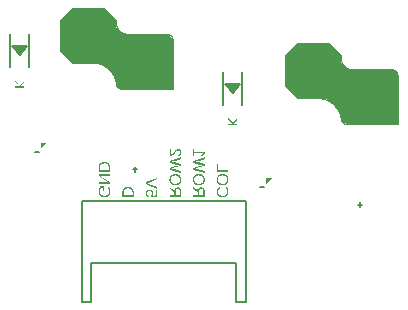
<source format=gbo>
G04 EAGLE Gerber RS-274X export*
G75*
%MOMM*%
%FSLAX34Y34*%
%LPD*%
%INSilkscreen Bottom*%
%IPPOS*%
%AMOC8*
5,1,8,0,0,1.08239X$1,22.5*%
G01*
G04 Define Apertures*
%ADD10C,0.127000*%
%ADD11C,0.120000*%
%ADD12C,0.152400*%
G36*
X-20096Y-68019D02*
X-20473Y-68010D01*
X-20838Y-67983D01*
X-21191Y-67938D01*
X-21532Y-67875D01*
X-21861Y-67795D01*
X-22178Y-67697D01*
X-22483Y-67580D01*
X-22776Y-67446D01*
X-23054Y-67295D01*
X-23316Y-67128D01*
X-23561Y-66944D01*
X-23789Y-66745D01*
X-24000Y-66530D01*
X-24194Y-66298D01*
X-24371Y-66051D01*
X-24531Y-65787D01*
X-24673Y-65509D01*
X-24797Y-65219D01*
X-24901Y-64915D01*
X-24986Y-64598D01*
X-25053Y-64269D01*
X-25100Y-63927D01*
X-25128Y-63572D01*
X-25138Y-63204D01*
X-25128Y-62840D01*
X-25100Y-62488D01*
X-25052Y-62148D01*
X-24985Y-61820D01*
X-24898Y-61504D01*
X-24793Y-61201D01*
X-24668Y-60910D01*
X-24524Y-60632D01*
X-24362Y-60367D01*
X-24184Y-60119D01*
X-23989Y-59886D01*
X-23778Y-59669D01*
X-23549Y-59468D01*
X-23305Y-59282D01*
X-23043Y-59113D01*
X-22765Y-58959D01*
X-22473Y-58823D01*
X-22169Y-58704D01*
X-21853Y-58604D01*
X-21526Y-58522D01*
X-21186Y-58459D01*
X-20835Y-58413D01*
X-20471Y-58386D01*
X-20096Y-58377D01*
X-19720Y-58386D01*
X-19356Y-58413D01*
X-19005Y-58458D01*
X-18667Y-58521D01*
X-18341Y-58602D01*
X-18028Y-58700D01*
X-17728Y-58817D01*
X-17441Y-58952D01*
X-17168Y-59104D01*
X-16912Y-59273D01*
X-16673Y-59457D01*
X-16450Y-59657D01*
X-16244Y-59873D01*
X-16055Y-60105D01*
X-15883Y-60354D01*
X-15727Y-60618D01*
X-15589Y-60897D01*
X-15469Y-61188D01*
X-15368Y-61491D01*
X-15285Y-61806D01*
X-15220Y-62134D01*
X-15174Y-62474D01*
X-15147Y-62826D01*
X-15137Y-63191D01*
X-15158Y-63744D01*
X-15219Y-64266D01*
X-15322Y-64757D01*
X-15466Y-65217D01*
X-15651Y-65645D01*
X-15876Y-66042D01*
X-16143Y-66408D01*
X-16451Y-66743D01*
X-16796Y-67042D01*
X-17172Y-67301D01*
X-17580Y-67520D01*
X-18019Y-67700D01*
X-18491Y-67839D01*
X-18994Y-67939D01*
X-19529Y-67999D01*
X-20096Y-68019D01*
G37*
%LPC*%
G36*
X-20096Y-66681D02*
X-19649Y-66666D01*
X-19227Y-66624D01*
X-18831Y-66552D01*
X-18460Y-66453D01*
X-18115Y-66325D01*
X-17796Y-66168D01*
X-17502Y-65983D01*
X-17234Y-65770D01*
X-16995Y-65531D01*
X-16787Y-65267D01*
X-16612Y-64981D01*
X-16468Y-64670D01*
X-16357Y-64336D01*
X-16277Y-63978D01*
X-16229Y-63596D01*
X-16213Y-63191D01*
X-16229Y-62789D01*
X-16278Y-62410D01*
X-16359Y-62054D01*
X-16472Y-61722D01*
X-16617Y-61414D01*
X-16795Y-61129D01*
X-17005Y-60867D01*
X-17248Y-60628D01*
X-17519Y-60416D01*
X-17814Y-60232D01*
X-18133Y-60076D01*
X-18477Y-59948D01*
X-18845Y-59849D01*
X-19238Y-59778D01*
X-19655Y-59736D01*
X-20096Y-59721D01*
X-20557Y-59736D01*
X-20991Y-59778D01*
X-21398Y-59848D01*
X-21778Y-59946D01*
X-22132Y-60073D01*
X-22458Y-60228D01*
X-22758Y-60411D01*
X-23031Y-60622D01*
X-23274Y-60859D01*
X-23485Y-61120D01*
X-23663Y-61407D01*
X-23809Y-61717D01*
X-23923Y-62052D01*
X-24004Y-62412D01*
X-24053Y-62796D01*
X-24069Y-63204D01*
X-24052Y-63602D01*
X-24002Y-63977D01*
X-23918Y-64330D01*
X-23801Y-64661D01*
X-23650Y-64969D01*
X-23466Y-65255D01*
X-23248Y-65518D01*
X-22996Y-65760D01*
X-22717Y-65976D01*
X-22413Y-66163D01*
X-22086Y-66321D01*
X-21735Y-66450D01*
X-21361Y-66551D01*
X-20963Y-66623D01*
X-20541Y-66666D01*
X-20096Y-66681D01*
G37*
%LPD*%
G36*
X-96Y-68019D02*
X-473Y-68010D01*
X-838Y-67983D01*
X-1191Y-67938D01*
X-1532Y-67875D01*
X-1861Y-67795D01*
X-2178Y-67697D01*
X-2483Y-67580D01*
X-2776Y-67446D01*
X-3054Y-67295D01*
X-3316Y-67128D01*
X-3561Y-66944D01*
X-3789Y-66745D01*
X-4000Y-66530D01*
X-4194Y-66298D01*
X-4371Y-66051D01*
X-4531Y-65787D01*
X-4673Y-65509D01*
X-4797Y-65219D01*
X-4901Y-64915D01*
X-4986Y-64598D01*
X-5053Y-64269D01*
X-5100Y-63927D01*
X-5128Y-63572D01*
X-5138Y-63204D01*
X-5128Y-62840D01*
X-5100Y-62488D01*
X-5052Y-62148D01*
X-4985Y-61820D01*
X-4898Y-61504D01*
X-4793Y-61201D01*
X-4668Y-60910D01*
X-4524Y-60632D01*
X-4362Y-60367D01*
X-4184Y-60119D01*
X-3989Y-59886D01*
X-3778Y-59669D01*
X-3549Y-59468D01*
X-3305Y-59282D01*
X-3043Y-59113D01*
X-2765Y-58959D01*
X-2473Y-58823D01*
X-2169Y-58704D01*
X-1853Y-58604D01*
X-1526Y-58522D01*
X-1186Y-58459D01*
X-835Y-58413D01*
X-471Y-58386D01*
X-96Y-58377D01*
X280Y-58386D01*
X644Y-58413D01*
X995Y-58458D01*
X1333Y-58521D01*
X1659Y-58602D01*
X1972Y-58700D01*
X2272Y-58817D01*
X2559Y-58952D01*
X2832Y-59104D01*
X3088Y-59273D01*
X3327Y-59457D01*
X3550Y-59657D01*
X3756Y-59873D01*
X3945Y-60105D01*
X4117Y-60354D01*
X4273Y-60618D01*
X4411Y-60897D01*
X4531Y-61188D01*
X4632Y-61491D01*
X4715Y-61806D01*
X4780Y-62134D01*
X4826Y-62474D01*
X4853Y-62826D01*
X4863Y-63191D01*
X4842Y-63744D01*
X4781Y-64266D01*
X4678Y-64757D01*
X4534Y-65217D01*
X4349Y-65645D01*
X4124Y-66042D01*
X3857Y-66408D01*
X3549Y-66743D01*
X3204Y-67042D01*
X2828Y-67301D01*
X2420Y-67520D01*
X1981Y-67700D01*
X1509Y-67839D01*
X1006Y-67939D01*
X471Y-67999D01*
X-96Y-68019D01*
G37*
%LPC*%
G36*
X-96Y-66681D02*
X351Y-66666D01*
X773Y-66624D01*
X1169Y-66552D01*
X1540Y-66453D01*
X1885Y-66325D01*
X2204Y-66168D01*
X2498Y-65983D01*
X2766Y-65770D01*
X3005Y-65531D01*
X3213Y-65267D01*
X3388Y-64981D01*
X3532Y-64670D01*
X3643Y-64336D01*
X3723Y-63978D01*
X3771Y-63596D01*
X3787Y-63191D01*
X3771Y-62789D01*
X3722Y-62410D01*
X3641Y-62054D01*
X3528Y-61722D01*
X3383Y-61414D01*
X3205Y-61129D01*
X2995Y-60867D01*
X2752Y-60628D01*
X2481Y-60416D01*
X2186Y-60232D01*
X1867Y-60076D01*
X1523Y-59948D01*
X1155Y-59849D01*
X762Y-59778D01*
X345Y-59736D01*
X-96Y-59721D01*
X-557Y-59736D01*
X-991Y-59778D01*
X-1398Y-59848D01*
X-1778Y-59946D01*
X-2132Y-60073D01*
X-2458Y-60228D01*
X-2758Y-60411D01*
X-3031Y-60622D01*
X-3274Y-60859D01*
X-3485Y-61120D01*
X-3663Y-61407D01*
X-3809Y-61717D01*
X-3923Y-62052D01*
X-4004Y-62412D01*
X-4053Y-62796D01*
X-4069Y-63204D01*
X-4052Y-63602D01*
X-4002Y-63977D01*
X-3918Y-64330D01*
X-3801Y-64661D01*
X-3650Y-64969D01*
X-3466Y-65255D01*
X-3248Y-65518D01*
X-2996Y-65760D01*
X-2717Y-65976D01*
X-2413Y-66163D01*
X-2086Y-66321D01*
X-1735Y-66450D01*
X-1361Y-66551D01*
X-963Y-66623D01*
X-541Y-66666D01*
X-96Y-66681D01*
G37*
%LPD*%
G36*
X19904Y-68019D02*
X19527Y-68010D01*
X19162Y-67983D01*
X18809Y-67938D01*
X18468Y-67875D01*
X18139Y-67795D01*
X17822Y-67697D01*
X17517Y-67580D01*
X17224Y-67446D01*
X16946Y-67295D01*
X16684Y-67128D01*
X16439Y-66944D01*
X16211Y-66745D01*
X16000Y-66530D01*
X15806Y-66298D01*
X15629Y-66051D01*
X15469Y-65787D01*
X15327Y-65509D01*
X15203Y-65219D01*
X15099Y-64915D01*
X15014Y-64598D01*
X14947Y-64269D01*
X14900Y-63927D01*
X14872Y-63572D01*
X14862Y-63204D01*
X14872Y-62840D01*
X14900Y-62488D01*
X14948Y-62148D01*
X15016Y-61820D01*
X15102Y-61504D01*
X15207Y-61201D01*
X15332Y-60910D01*
X15476Y-60632D01*
X15638Y-60367D01*
X15816Y-60119D01*
X16011Y-59886D01*
X16222Y-59669D01*
X16451Y-59468D01*
X16695Y-59282D01*
X16957Y-59113D01*
X17235Y-58959D01*
X17527Y-58823D01*
X17831Y-58704D01*
X18147Y-58604D01*
X18474Y-58522D01*
X18814Y-58459D01*
X19165Y-58413D01*
X19529Y-58386D01*
X19904Y-58377D01*
X20280Y-58386D01*
X20644Y-58413D01*
X20995Y-58458D01*
X21333Y-58521D01*
X21659Y-58602D01*
X21972Y-58700D01*
X22272Y-58817D01*
X22559Y-58952D01*
X22832Y-59104D01*
X23088Y-59273D01*
X23327Y-59457D01*
X23550Y-59657D01*
X23756Y-59873D01*
X23945Y-60105D01*
X24117Y-60354D01*
X24273Y-60618D01*
X24411Y-60897D01*
X24531Y-61188D01*
X24632Y-61491D01*
X24715Y-61806D01*
X24780Y-62134D01*
X24826Y-62474D01*
X24853Y-62826D01*
X24863Y-63191D01*
X24842Y-63744D01*
X24781Y-64266D01*
X24678Y-64757D01*
X24534Y-65217D01*
X24349Y-65645D01*
X24124Y-66042D01*
X23857Y-66408D01*
X23549Y-66743D01*
X23204Y-67042D01*
X22828Y-67301D01*
X22420Y-67520D01*
X21981Y-67700D01*
X21509Y-67839D01*
X21006Y-67939D01*
X20471Y-67999D01*
X19904Y-68019D01*
G37*
%LPC*%
G36*
X19904Y-66681D02*
X20351Y-66666D01*
X20773Y-66624D01*
X21169Y-66552D01*
X21540Y-66453D01*
X21885Y-66325D01*
X22204Y-66168D01*
X22498Y-65983D01*
X22766Y-65770D01*
X23005Y-65531D01*
X23213Y-65267D01*
X23388Y-64981D01*
X23532Y-64670D01*
X23643Y-64336D01*
X23723Y-63978D01*
X23771Y-63596D01*
X23787Y-63191D01*
X23771Y-62789D01*
X23722Y-62410D01*
X23641Y-62054D01*
X23528Y-61722D01*
X23383Y-61414D01*
X23205Y-61129D01*
X22995Y-60867D01*
X22752Y-60628D01*
X22481Y-60416D01*
X22186Y-60232D01*
X21867Y-60076D01*
X21523Y-59948D01*
X21155Y-59849D01*
X20762Y-59778D01*
X20345Y-59736D01*
X19904Y-59721D01*
X19443Y-59736D01*
X19009Y-59778D01*
X18602Y-59848D01*
X18222Y-59946D01*
X17868Y-60073D01*
X17542Y-60228D01*
X17242Y-60411D01*
X16969Y-60622D01*
X16726Y-60859D01*
X16515Y-61120D01*
X16337Y-61407D01*
X16191Y-61717D01*
X16077Y-62052D01*
X15996Y-62412D01*
X15947Y-62796D01*
X15931Y-63204D01*
X15948Y-63602D01*
X15998Y-63977D01*
X16082Y-64330D01*
X16199Y-64661D01*
X16350Y-64969D01*
X16534Y-65255D01*
X16752Y-65518D01*
X17004Y-65760D01*
X17283Y-65976D01*
X17587Y-66163D01*
X17914Y-66321D01*
X18265Y-66450D01*
X18639Y-66551D01*
X19037Y-66623D01*
X19459Y-66666D01*
X19904Y-66681D01*
G37*
%LPD*%
G36*
X-75282Y-56529D02*
X-85000Y-56529D01*
X-85000Y-52894D01*
X-84991Y-52548D01*
X-84963Y-52211D01*
X-84916Y-51885D01*
X-84850Y-51570D01*
X-84766Y-51265D01*
X-84663Y-50970D01*
X-84541Y-50685D01*
X-84400Y-50411D01*
X-84242Y-50150D01*
X-84067Y-49904D01*
X-83876Y-49673D01*
X-83668Y-49458D01*
X-83444Y-49258D01*
X-83203Y-49073D01*
X-82946Y-48903D01*
X-82672Y-48749D01*
X-82385Y-48612D01*
X-82085Y-48493D01*
X-81774Y-48392D01*
X-81451Y-48309D01*
X-81116Y-48245D01*
X-80769Y-48199D01*
X-80411Y-48172D01*
X-80041Y-48163D01*
X-79487Y-48184D01*
X-78965Y-48247D01*
X-78476Y-48351D01*
X-78019Y-48498D01*
X-77596Y-48687D01*
X-77205Y-48917D01*
X-76846Y-49190D01*
X-76520Y-49504D01*
X-76230Y-49857D01*
X-75979Y-50245D01*
X-75766Y-50669D01*
X-75592Y-51128D01*
X-75456Y-51622D01*
X-75360Y-52151D01*
X-75302Y-52715D01*
X-75282Y-53315D01*
X-75282Y-56529D01*
G37*
%LPC*%
G36*
X-76337Y-55212D02*
X-76337Y-53342D01*
X-76352Y-52887D01*
X-76397Y-52460D01*
X-76471Y-52060D01*
X-76575Y-51688D01*
X-76708Y-51344D01*
X-76871Y-51027D01*
X-77064Y-50738D01*
X-77286Y-50477D01*
X-77536Y-50245D01*
X-77814Y-50044D01*
X-78118Y-49874D01*
X-78449Y-49734D01*
X-78807Y-49626D01*
X-79191Y-49549D01*
X-79603Y-49502D01*
X-80041Y-49487D01*
X-80336Y-49494D01*
X-80621Y-49514D01*
X-80897Y-49548D01*
X-81162Y-49596D01*
X-81417Y-49657D01*
X-81663Y-49731D01*
X-81898Y-49820D01*
X-82124Y-49922D01*
X-82338Y-50036D01*
X-82540Y-50162D01*
X-82728Y-50300D01*
X-82903Y-50450D01*
X-83066Y-50612D01*
X-83215Y-50785D01*
X-83352Y-50970D01*
X-83476Y-51166D01*
X-83586Y-51373D01*
X-83681Y-51588D01*
X-83762Y-51811D01*
X-83828Y-52041D01*
X-83879Y-52280D01*
X-83915Y-52528D01*
X-83937Y-52783D01*
X-83945Y-53046D01*
X-83945Y-55212D01*
X-76337Y-55212D01*
G37*
%LPD*%
G36*
X-55282Y-77716D02*
X-65000Y-77716D01*
X-65000Y-74082D01*
X-64991Y-73735D01*
X-64963Y-73399D01*
X-64916Y-73073D01*
X-64850Y-72757D01*
X-64766Y-72452D01*
X-64663Y-72157D01*
X-64541Y-71873D01*
X-64400Y-71599D01*
X-64242Y-71337D01*
X-64067Y-71091D01*
X-63876Y-70861D01*
X-63668Y-70645D01*
X-63444Y-70445D01*
X-63203Y-70260D01*
X-62946Y-70091D01*
X-62672Y-69937D01*
X-62385Y-69799D01*
X-62085Y-69680D01*
X-61774Y-69579D01*
X-61451Y-69497D01*
X-61116Y-69433D01*
X-60769Y-69387D01*
X-60411Y-69359D01*
X-60041Y-69350D01*
X-59487Y-69371D01*
X-58965Y-69434D01*
X-58476Y-69539D01*
X-58019Y-69686D01*
X-57596Y-69874D01*
X-57205Y-70105D01*
X-56846Y-70377D01*
X-56520Y-70692D01*
X-56230Y-71045D01*
X-55979Y-71433D01*
X-55766Y-71856D01*
X-55592Y-72315D01*
X-55456Y-72809D01*
X-55360Y-73338D01*
X-55302Y-73903D01*
X-55282Y-74502D01*
X-55282Y-77716D01*
G37*
%LPC*%
G36*
X-56337Y-76399D02*
X-56337Y-74530D01*
X-56352Y-74075D01*
X-56397Y-73647D01*
X-56471Y-73248D01*
X-56575Y-72876D01*
X-56708Y-72531D01*
X-56871Y-72214D01*
X-57064Y-71926D01*
X-57286Y-71664D01*
X-57536Y-71432D01*
X-57814Y-71231D01*
X-58118Y-71061D01*
X-58449Y-70922D01*
X-58807Y-70814D01*
X-59191Y-70736D01*
X-59603Y-70690D01*
X-60041Y-70675D01*
X-60336Y-70681D01*
X-60621Y-70702D01*
X-60897Y-70736D01*
X-61162Y-70783D01*
X-61417Y-70844D01*
X-61663Y-70919D01*
X-61898Y-71007D01*
X-62124Y-71109D01*
X-62338Y-71224D01*
X-62540Y-71350D01*
X-62728Y-71488D01*
X-62903Y-71638D01*
X-63066Y-71799D01*
X-63215Y-71972D01*
X-63352Y-72157D01*
X-63476Y-72354D01*
X-63586Y-72561D01*
X-63681Y-72775D01*
X-63762Y-72998D01*
X-63828Y-73229D01*
X-63879Y-73468D01*
X-63915Y-73715D01*
X-63937Y-73970D01*
X-63945Y-74233D01*
X-63945Y-76399D01*
X-56337Y-76399D01*
G37*
%LPD*%
G36*
X-15282Y-77716D02*
X-25000Y-77716D01*
X-25000Y-76399D01*
X-20965Y-76399D01*
X-20965Y-73371D01*
X-25000Y-70847D01*
X-25000Y-69330D01*
X-22596Y-70914D01*
X-20814Y-72088D01*
X-20757Y-71818D01*
X-20683Y-71563D01*
X-20592Y-71323D01*
X-20484Y-71098D01*
X-20411Y-70975D01*
X-20359Y-70888D01*
X-20217Y-70692D01*
X-20058Y-70512D01*
X-19882Y-70347D01*
X-19693Y-70199D01*
X-19492Y-70071D01*
X-19281Y-69962D01*
X-19058Y-69874D01*
X-18825Y-69805D01*
X-18582Y-69755D01*
X-18327Y-69726D01*
X-18062Y-69716D01*
X-17743Y-69730D01*
X-17442Y-69772D01*
X-17160Y-69841D01*
X-16895Y-69939D01*
X-16649Y-70065D01*
X-16420Y-70218D01*
X-16209Y-70400D01*
X-16017Y-70609D01*
X-15845Y-70844D01*
X-15695Y-71102D01*
X-15569Y-71384D01*
X-15466Y-71689D01*
X-15385Y-72018D01*
X-15328Y-72370D01*
X-15294Y-72745D01*
X-15282Y-73144D01*
X-15282Y-77716D01*
G37*
%LPC*%
G36*
X-16337Y-76399D02*
X-16337Y-73275D01*
X-16344Y-73012D01*
X-16365Y-72765D01*
X-16400Y-72534D01*
X-16449Y-72319D01*
X-16511Y-72119D01*
X-16588Y-71936D01*
X-16678Y-71768D01*
X-16782Y-71616D01*
X-16900Y-71481D01*
X-17030Y-71364D01*
X-17173Y-71265D01*
X-17328Y-71184D01*
X-17496Y-71121D01*
X-17677Y-71076D01*
X-17870Y-71049D01*
X-18075Y-71040D01*
X-18288Y-71049D01*
X-18489Y-71076D01*
X-18678Y-71120D01*
X-18854Y-71182D01*
X-19018Y-71262D01*
X-19170Y-71360D01*
X-19310Y-71476D01*
X-19438Y-71609D01*
X-19552Y-71759D01*
X-19650Y-71923D01*
X-19734Y-72102D01*
X-19802Y-72296D01*
X-19855Y-72505D01*
X-19893Y-72728D01*
X-19916Y-72967D01*
X-19924Y-73220D01*
X-19924Y-76399D01*
X-16337Y-76399D01*
G37*
%LPD*%
G36*
X4718Y-77716D02*
X-5000Y-77716D01*
X-5000Y-76399D01*
X-965Y-76399D01*
X-965Y-73371D01*
X-5000Y-70847D01*
X-5000Y-69330D01*
X-2596Y-70914D01*
X-814Y-72088D01*
X-757Y-71818D01*
X-683Y-71563D01*
X-592Y-71323D01*
X-484Y-71098D01*
X-411Y-70975D01*
X-359Y-70888D01*
X-217Y-70692D01*
X-58Y-70512D01*
X118Y-70347D01*
X307Y-70199D01*
X508Y-70071D01*
X720Y-69962D01*
X942Y-69874D01*
X1175Y-69805D01*
X1418Y-69755D01*
X1673Y-69726D01*
X1938Y-69716D01*
X2257Y-69730D01*
X2558Y-69772D01*
X2840Y-69841D01*
X3105Y-69939D01*
X3351Y-70065D01*
X3580Y-70218D01*
X3791Y-70400D01*
X3983Y-70609D01*
X4155Y-70844D01*
X4305Y-71102D01*
X4431Y-71384D01*
X4534Y-71689D01*
X4615Y-72018D01*
X4672Y-72370D01*
X4706Y-72745D01*
X4718Y-73144D01*
X4718Y-77716D01*
G37*
%LPC*%
G36*
X3663Y-76399D02*
X3663Y-73275D01*
X3656Y-73012D01*
X3635Y-72765D01*
X3600Y-72534D01*
X3551Y-72319D01*
X3489Y-72119D01*
X3412Y-71936D01*
X3322Y-71768D01*
X3218Y-71616D01*
X3100Y-71481D01*
X2970Y-71364D01*
X2827Y-71265D01*
X2672Y-71184D01*
X2504Y-71121D01*
X2324Y-71076D01*
X2130Y-71049D01*
X1925Y-71040D01*
X1712Y-71049D01*
X1511Y-71076D01*
X1322Y-71120D01*
X1146Y-71182D01*
X982Y-71262D01*
X830Y-71360D01*
X690Y-71476D01*
X562Y-71609D01*
X448Y-71759D01*
X350Y-71923D01*
X266Y-72102D01*
X198Y-72296D01*
X145Y-72505D01*
X107Y-72728D01*
X84Y-72967D01*
X76Y-73220D01*
X76Y-76399D01*
X3663Y-76399D01*
G37*
%LPD*%
G36*
X-15282Y-57625D02*
X-25000Y-54763D01*
X-25000Y-53191D01*
X-20086Y-51841D01*
X-18089Y-51308D01*
X-16751Y-51004D01*
X-18019Y-50725D01*
X-18827Y-50522D01*
X-25000Y-48839D01*
X-25000Y-47266D01*
X-15282Y-44404D01*
X-15282Y-45776D01*
X-20301Y-47171D01*
X-22307Y-47715D01*
X-23600Y-48018D01*
X-23841Y-48080D01*
X-22700Y-48342D01*
X-21331Y-48687D01*
X-15282Y-50377D01*
X-15282Y-51639D01*
X-20012Y-52966D01*
X-22186Y-53553D01*
X-23841Y-53936D01*
X-22631Y-54210D01*
X-21455Y-54508D01*
X-15282Y-56253D01*
X-15282Y-57625D01*
G37*
G36*
X4718Y-57625D02*
X-5000Y-54763D01*
X-5000Y-53191D01*
X-86Y-51841D01*
X1911Y-51308D01*
X3249Y-51004D01*
X1981Y-50725D01*
X1173Y-50522D01*
X-5000Y-48839D01*
X-5000Y-47266D01*
X4718Y-44404D01*
X4718Y-45776D01*
X-301Y-47171D01*
X-2307Y-47715D01*
X-3600Y-48018D01*
X-3841Y-48080D01*
X-2700Y-48342D01*
X-1331Y-48687D01*
X4718Y-50377D01*
X4718Y-51639D01*
X-12Y-52966D01*
X-2186Y-53553D01*
X-3841Y-53936D01*
X-2631Y-54210D01*
X-1455Y-54508D01*
X4718Y-56253D01*
X4718Y-57625D01*
G37*
G36*
X-75282Y-66716D02*
X-85000Y-66716D01*
X-85000Y-65544D01*
X-78544Y-65544D01*
X-77393Y-65578D01*
X-76724Y-65613D01*
X-85000Y-60413D01*
X-85000Y-58826D01*
X-75282Y-58826D01*
X-75282Y-60012D01*
X-81655Y-60012D01*
X-82448Y-59992D01*
X-83614Y-59930D01*
X-75282Y-65185D01*
X-75282Y-66716D01*
G37*
G36*
X-80096Y-78165D02*
X-80476Y-78156D01*
X-80844Y-78128D01*
X-81198Y-78083D01*
X-81540Y-78019D01*
X-81870Y-77937D01*
X-82187Y-77837D01*
X-82491Y-77718D01*
X-82783Y-77582D01*
X-83060Y-77428D01*
X-83320Y-77258D01*
X-83564Y-77072D01*
X-83790Y-76869D01*
X-84001Y-76650D01*
X-84194Y-76415D01*
X-84371Y-76163D01*
X-84531Y-75896D01*
X-84673Y-75613D01*
X-84797Y-75317D01*
X-84901Y-75009D01*
X-84986Y-74687D01*
X-85053Y-74352D01*
X-85100Y-74004D01*
X-85128Y-73642D01*
X-85138Y-73268D01*
X-85131Y-72943D01*
X-85111Y-72624D01*
X-85077Y-72312D01*
X-85030Y-72005D01*
X-84970Y-71704D01*
X-84895Y-71409D01*
X-84707Y-70837D01*
X-84469Y-70298D01*
X-84187Y-69803D01*
X-83861Y-69351D01*
X-83490Y-68943D01*
X-80138Y-68943D01*
X-80138Y-73061D01*
X-81241Y-73061D01*
X-81241Y-70157D01*
X-82993Y-70157D01*
X-83228Y-70432D01*
X-83438Y-70746D01*
X-83621Y-71099D01*
X-83779Y-71492D01*
X-83906Y-71912D01*
X-83997Y-72348D01*
X-84051Y-72800D01*
X-84069Y-73268D01*
X-84052Y-73674D01*
X-84002Y-74057D01*
X-83919Y-74418D01*
X-83803Y-74756D01*
X-83653Y-75071D01*
X-83470Y-75364D01*
X-83253Y-75634D01*
X-83003Y-75882D01*
X-82725Y-76103D01*
X-82422Y-76295D01*
X-82095Y-76458D01*
X-81744Y-76590D01*
X-81368Y-76694D01*
X-80969Y-76768D01*
X-80545Y-76812D01*
X-80096Y-76827D01*
X-79647Y-76813D01*
X-79224Y-76771D01*
X-78827Y-76702D01*
X-78456Y-76604D01*
X-78110Y-76479D01*
X-77791Y-76326D01*
X-77498Y-76145D01*
X-77231Y-75937D01*
X-76992Y-75702D01*
X-76786Y-75442D01*
X-76611Y-75158D01*
X-76468Y-74849D01*
X-76356Y-74515D01*
X-76277Y-74156D01*
X-76229Y-73773D01*
X-76213Y-73364D01*
X-76219Y-73099D01*
X-76237Y-72845D01*
X-76267Y-72602D01*
X-76308Y-72370D01*
X-76427Y-71940D01*
X-76593Y-71554D01*
X-76694Y-71377D01*
X-76810Y-71210D01*
X-76940Y-71052D01*
X-77084Y-70905D01*
X-77414Y-70639D01*
X-77800Y-70412D01*
X-77427Y-69157D01*
X-77137Y-69301D01*
X-76868Y-69459D01*
X-76619Y-69631D01*
X-76391Y-69818D01*
X-76183Y-70019D01*
X-75996Y-70234D01*
X-75829Y-70464D01*
X-75682Y-70709D01*
X-75555Y-70970D01*
X-75444Y-71250D01*
X-75350Y-71550D01*
X-75274Y-71868D01*
X-75214Y-72205D01*
X-75171Y-72561D01*
X-75146Y-72936D01*
X-75137Y-73330D01*
X-75158Y-73888D01*
X-75218Y-74414D01*
X-75320Y-74908D01*
X-75462Y-75370D01*
X-75644Y-75799D01*
X-75867Y-76197D01*
X-76130Y-76562D01*
X-76434Y-76896D01*
X-76775Y-77193D01*
X-77149Y-77451D01*
X-77557Y-77669D01*
X-77998Y-77847D01*
X-78472Y-77986D01*
X-78980Y-78085D01*
X-79522Y-78145D01*
X-80096Y-78165D01*
G37*
G36*
X19904Y-78158D02*
X19522Y-78149D01*
X19154Y-78123D01*
X18799Y-78079D01*
X18456Y-78017D01*
X18127Y-77938D01*
X17811Y-77842D01*
X17508Y-77727D01*
X17217Y-77596D01*
X16942Y-77447D01*
X16683Y-77283D01*
X16440Y-77102D01*
X16214Y-76906D01*
X16004Y-76694D01*
X15810Y-76465D01*
X15633Y-76221D01*
X15472Y-75961D01*
X15329Y-75687D01*
X15205Y-75400D01*
X15100Y-75101D01*
X15015Y-74789D01*
X14948Y-74466D01*
X14900Y-74129D01*
X14872Y-73781D01*
X14862Y-73420D01*
X14872Y-73066D01*
X14903Y-72724D01*
X14954Y-72393D01*
X15026Y-72072D01*
X15118Y-71762D01*
X15231Y-71464D01*
X15364Y-71176D01*
X15517Y-70899D01*
X15690Y-70635D01*
X15882Y-70386D01*
X16093Y-70152D01*
X16322Y-69934D01*
X16571Y-69731D01*
X16838Y-69543D01*
X17123Y-69370D01*
X17428Y-69212D01*
X17966Y-70288D01*
X17492Y-70561D01*
X17082Y-70865D01*
X16900Y-71030D01*
X16734Y-71202D01*
X16584Y-71382D01*
X16450Y-71569D01*
X16332Y-71765D01*
X16229Y-71969D01*
X16142Y-72181D01*
X16071Y-72400D01*
X16016Y-72628D01*
X15976Y-72863D01*
X15953Y-73106D01*
X15945Y-73357D01*
X15962Y-73745D01*
X16013Y-74113D01*
X16098Y-74460D01*
X16216Y-74786D01*
X16369Y-75092D01*
X16556Y-75377D01*
X16777Y-75641D01*
X17031Y-75885D01*
X17314Y-76104D01*
X17618Y-76294D01*
X17944Y-76455D01*
X18292Y-76586D01*
X18662Y-76688D01*
X19054Y-76761D01*
X19468Y-76805D01*
X19904Y-76820D01*
X20343Y-76806D01*
X20759Y-76764D01*
X21151Y-76694D01*
X21519Y-76596D01*
X21862Y-76469D01*
X22182Y-76315D01*
X22477Y-76133D01*
X22749Y-75923D01*
X22992Y-75688D01*
X23203Y-75430D01*
X23381Y-75150D01*
X23527Y-74847D01*
X23641Y-74522D01*
X23722Y-74175D01*
X23771Y-73805D01*
X23787Y-73413D01*
X23780Y-73160D01*
X23759Y-72916D01*
X23724Y-72681D01*
X23675Y-72455D01*
X23612Y-72237D01*
X23535Y-72028D01*
X23444Y-71828D01*
X23338Y-71637D01*
X23220Y-71456D01*
X23089Y-71288D01*
X22946Y-71133D01*
X22790Y-70991D01*
X22622Y-70862D01*
X22441Y-70745D01*
X22248Y-70641D01*
X22042Y-70550D01*
X22456Y-69302D01*
X22745Y-69433D01*
X23016Y-69581D01*
X23268Y-69747D01*
X23502Y-69930D01*
X23718Y-70130D01*
X23916Y-70347D01*
X24095Y-70581D01*
X24256Y-70833D01*
X24398Y-71101D01*
X24521Y-71386D01*
X24626Y-71686D01*
X24711Y-72002D01*
X24777Y-72334D01*
X24825Y-72682D01*
X24853Y-73046D01*
X24863Y-73426D01*
X24842Y-73967D01*
X24780Y-74476D01*
X24677Y-74956D01*
X24533Y-75406D01*
X24348Y-75825D01*
X24122Y-76215D01*
X23854Y-76574D01*
X23545Y-76902D01*
X23200Y-77197D01*
X22824Y-77452D01*
X22416Y-77667D01*
X21976Y-77844D01*
X21505Y-77981D01*
X21003Y-78079D01*
X20469Y-78138D01*
X19904Y-78158D01*
G37*
G36*
X-42827Y-78309D02*
X-43100Y-78245D01*
X-43356Y-78161D01*
X-43596Y-78058D01*
X-43819Y-77935D01*
X-44025Y-77794D01*
X-44215Y-77633D01*
X-44388Y-77453D01*
X-44545Y-77254D01*
X-44684Y-77037D01*
X-44804Y-76804D01*
X-44906Y-76555D01*
X-44990Y-76289D01*
X-45055Y-76006D01*
X-45101Y-75708D01*
X-45129Y-75392D01*
X-45138Y-75061D01*
X-45124Y-74667D01*
X-45083Y-74295D01*
X-45014Y-73945D01*
X-44917Y-73617D01*
X-44793Y-73311D01*
X-44641Y-73027D01*
X-44462Y-72766D01*
X-44255Y-72526D01*
X-44024Y-72312D01*
X-43773Y-72127D01*
X-43501Y-71969D01*
X-43209Y-71841D01*
X-42896Y-71741D01*
X-42562Y-71670D01*
X-42209Y-71627D01*
X-41834Y-71613D01*
X-41504Y-71626D01*
X-41190Y-71666D01*
X-40892Y-71732D01*
X-40610Y-71825D01*
X-40344Y-71945D01*
X-40094Y-72092D01*
X-39859Y-72265D01*
X-39641Y-72464D01*
X-39444Y-72686D01*
X-39273Y-72927D01*
X-39128Y-73185D01*
X-39010Y-73462D01*
X-38918Y-73757D01*
X-38852Y-74070D01*
X-38813Y-74401D01*
X-38800Y-74751D01*
X-38809Y-75045D01*
X-38838Y-75326D01*
X-38887Y-75595D01*
X-38955Y-75852D01*
X-39042Y-76097D01*
X-39149Y-76330D01*
X-39275Y-76550D01*
X-39420Y-76758D01*
X-36337Y-76571D01*
X-36337Y-72178D01*
X-35282Y-72178D01*
X-35282Y-77703D01*
X-40510Y-78027D01*
X-40510Y-76813D01*
X-40334Y-76596D01*
X-40186Y-76378D01*
X-40065Y-76161D01*
X-39972Y-75944D01*
X-39903Y-75722D01*
X-39853Y-75492D01*
X-39823Y-75253D01*
X-39814Y-75006D01*
X-39822Y-74771D01*
X-39849Y-74548D01*
X-39893Y-74337D01*
X-39955Y-74139D01*
X-40034Y-73954D01*
X-40132Y-73781D01*
X-40247Y-73620D01*
X-40379Y-73471D01*
X-40526Y-73338D01*
X-40684Y-73222D01*
X-40853Y-73125D01*
X-41033Y-73045D01*
X-41223Y-72982D01*
X-41425Y-72938D01*
X-41638Y-72911D01*
X-41862Y-72902D01*
X-42119Y-72911D01*
X-42361Y-72938D01*
X-42590Y-72982D01*
X-42804Y-73044D01*
X-43004Y-73123D01*
X-43191Y-73220D01*
X-43363Y-73335D01*
X-43521Y-73468D01*
X-43662Y-73616D01*
X-43785Y-73778D01*
X-43888Y-73953D01*
X-43973Y-74142D01*
X-44039Y-74344D01*
X-44086Y-74561D01*
X-44115Y-74790D01*
X-44124Y-75033D01*
X-44102Y-75421D01*
X-44034Y-75770D01*
X-43921Y-76081D01*
X-43764Y-76352D01*
X-43561Y-76586D01*
X-43313Y-76781D01*
X-43020Y-76937D01*
X-42683Y-77054D01*
X-42827Y-78309D01*
G37*
G36*
X-35282Y-70969D02*
X-45000Y-67003D01*
X-45000Y-65638D01*
X-35282Y-61672D01*
X-35282Y-63058D01*
X-42124Y-65734D01*
X-43841Y-66314D01*
X-42124Y-66893D01*
X-35282Y-69583D01*
X-35282Y-70969D01*
G37*
G36*
X-24124Y-43633D02*
X-25000Y-43633D01*
X-25000Y-37199D01*
X-23945Y-37199D01*
X-23945Y-42268D01*
X-23701Y-42148D01*
X-23453Y-41995D01*
X-23199Y-41810D01*
X-22941Y-41592D01*
X-22673Y-41337D01*
X-22389Y-41042D01*
X-21772Y-40330D01*
X-20753Y-39121D01*
X-20359Y-38691D01*
X-20041Y-38378D01*
X-19762Y-38138D01*
X-19482Y-37930D01*
X-19203Y-37754D01*
X-18924Y-37609D01*
X-18644Y-37496D01*
X-18363Y-37415D01*
X-18082Y-37366D01*
X-17800Y-37350D01*
X-17490Y-37363D01*
X-17198Y-37400D01*
X-16925Y-37461D01*
X-16669Y-37548D01*
X-16432Y-37659D01*
X-16214Y-37794D01*
X-16013Y-37955D01*
X-15831Y-38140D01*
X-15668Y-38348D01*
X-15527Y-38577D01*
X-15408Y-38828D01*
X-15311Y-39099D01*
X-15235Y-39392D01*
X-15181Y-39707D01*
X-15148Y-40042D01*
X-15137Y-40399D01*
X-15148Y-40726D01*
X-15180Y-41037D01*
X-15234Y-41334D01*
X-15310Y-41615D01*
X-15407Y-41881D01*
X-15525Y-42132D01*
X-15665Y-42368D01*
X-15827Y-42589D01*
X-16007Y-42790D01*
X-16202Y-42970D01*
X-16411Y-43127D01*
X-16636Y-43262D01*
X-16875Y-43374D01*
X-17129Y-43465D01*
X-17398Y-43533D01*
X-17682Y-43578D01*
X-17800Y-42309D01*
X-17610Y-42280D01*
X-17432Y-42238D01*
X-17264Y-42182D01*
X-17107Y-42113D01*
X-16961Y-42031D01*
X-16826Y-41936D01*
X-16702Y-41828D01*
X-16589Y-41706D01*
X-16401Y-41431D01*
X-16326Y-41281D01*
X-16266Y-41122D01*
X-16219Y-40954D01*
X-16185Y-40778D01*
X-16165Y-40593D01*
X-16158Y-40399D01*
X-16165Y-40196D01*
X-16186Y-40004D01*
X-16220Y-39824D01*
X-16268Y-39656D01*
X-16331Y-39498D01*
X-16406Y-39353D01*
X-16496Y-39218D01*
X-16600Y-39095D01*
X-16715Y-38985D01*
X-16843Y-38890D01*
X-16981Y-38809D01*
X-17131Y-38743D01*
X-17291Y-38692D01*
X-17463Y-38656D01*
X-17647Y-38634D01*
X-17841Y-38626D01*
X-18130Y-38643D01*
X-18403Y-38694D01*
X-18661Y-38779D01*
X-18903Y-38899D01*
X-19135Y-39045D01*
X-19362Y-39213D01*
X-19583Y-39402D01*
X-19800Y-39612D01*
X-20227Y-40081D01*
X-20655Y-40602D01*
X-21101Y-41153D01*
X-21583Y-41709D01*
X-22112Y-42255D01*
X-22700Y-42775D01*
X-23020Y-43018D01*
X-23365Y-43243D01*
X-23732Y-43448D01*
X-24124Y-43633D01*
G37*
G36*
X-3945Y-43268D02*
X-5000Y-43268D01*
X-5000Y-37178D01*
X-3945Y-37178D01*
X-3945Y-39543D01*
X4718Y-39543D01*
X4718Y-40688D01*
X3138Y-42985D01*
X1966Y-42985D01*
X3532Y-40792D01*
X-3945Y-40792D01*
X-3945Y-43268D01*
G37*
G36*
X24718Y-56529D02*
X15000Y-56529D01*
X15000Y-50301D01*
X16076Y-50301D01*
X16076Y-55212D01*
X24718Y-55212D01*
X24718Y-56529D01*
G37*
G36*
X-148162Y14647D02*
X-155450Y14647D01*
X-155450Y15635D01*
X-152657Y15635D01*
X-151933Y16586D01*
X-155450Y19499D01*
X-155450Y20724D01*
X-151327Y17207D01*
X-148162Y20311D01*
X-148162Y19147D01*
X-151814Y15635D01*
X-148162Y15635D01*
X-148162Y14647D01*
G37*
G36*
X32038Y-17134D02*
X24750Y-17134D01*
X24750Y-16146D01*
X27543Y-16146D01*
X28267Y-15194D01*
X24750Y-12281D01*
X24750Y-11056D01*
X28873Y-14573D01*
X32038Y-11469D01*
X32038Y-12633D01*
X28386Y-16146D01*
X32038Y-16146D01*
X32038Y-17134D01*
G37*
G36*
X-133751Y-32200D02*
X-129151Y-32200D01*
X-133751Y-36800D01*
X-133751Y-32200D01*
G37*
G36*
X56749Y-62200D02*
X61349Y-62200D01*
X56749Y-66800D01*
X56749Y-62200D01*
G37*
G36*
X-68521Y15383D02*
X-70500Y18149D01*
X-72200Y25269D01*
X-76757Y31091D01*
X-83084Y34917D01*
X-90355Y35750D01*
X-108000Y35750D01*
X-118000Y45750D01*
X-118000Y72250D01*
X-108000Y82250D01*
X-80500Y82250D01*
X-70500Y72250D01*
X-70250Y66232D01*
X-67925Y62825D01*
X-64518Y60549D01*
X-60500Y60250D01*
X-27500Y60250D01*
X-24318Y58432D01*
X-22500Y55250D01*
X-22500Y13750D01*
X-65536Y13750D01*
X-68521Y15383D01*
G37*
G36*
X121979Y-14618D02*
X120000Y-11851D01*
X118300Y-4731D01*
X113743Y1091D01*
X107417Y4917D01*
X100145Y5750D01*
X82500Y5750D01*
X72500Y15750D01*
X72500Y42250D01*
X82500Y52250D01*
X110000Y52250D01*
X120000Y42250D01*
X120250Y36232D01*
X122575Y32825D01*
X125982Y30549D01*
X130000Y30250D01*
X163000Y30250D01*
X166182Y28432D01*
X168000Y25250D01*
X168000Y-16250D01*
X124964Y-16250D01*
X121979Y-14618D01*
G37*
D10*
X-159700Y59840D02*
X-159700Y31840D01*
X-143700Y31840D02*
X-143700Y59840D01*
X-145350Y49650D02*
X-151700Y42030D01*
X-146620Y49650D02*
X-145350Y49650D01*
X-146620Y49650D02*
X-147890Y49650D01*
X-158050Y49650D01*
X-151700Y42030D01*
X-146620Y49650D01*
X-156780Y48380D01*
X-151700Y43300D01*
X-147890Y49650D01*
X-155510Y48380D01*
X-151700Y44570D01*
X-149160Y48380D01*
X-150430Y48380D01*
X-154240Y48380D01*
X-152970Y47110D01*
X-151700Y45840D01*
X-150430Y48380D01*
X-152970Y47110D01*
X-151700Y47110D01*
X20500Y28060D02*
X20500Y60D01*
X36500Y60D02*
X36500Y28060D01*
X34850Y17870D02*
X28500Y10250D01*
X33580Y17870D02*
X34850Y17870D01*
X33580Y17870D02*
X32310Y17870D01*
X22150Y17870D01*
X28500Y10250D01*
X33580Y17870D01*
X23420Y16600D01*
X28500Y11520D01*
X32310Y17870D01*
X24690Y16600D01*
X28500Y12790D01*
X31040Y16600D01*
X29770Y16600D01*
X25960Y16600D01*
X27230Y15330D01*
X28500Y14060D01*
X29770Y16600D01*
X27230Y15330D01*
X28500Y15330D01*
X-54351Y-52500D02*
X-54351Y-56500D01*
X-56351Y-54500D02*
X-52351Y-54500D01*
X-135351Y-39500D02*
X-139351Y-39500D01*
X136149Y-82500D02*
X136149Y-86500D01*
X134149Y-84500D02*
X138149Y-84500D01*
X55149Y-69500D02*
X51149Y-69500D01*
D11*
X-22500Y13750D02*
X-22500Y55250D01*
X-27500Y60250D02*
X-60500Y60250D01*
X-65250Y13750D02*
X-22500Y13750D01*
X-70500Y70250D02*
X-70500Y72250D01*
X-80500Y82250D01*
X-90355Y35750D02*
X-108000Y35750D01*
X-118000Y45750D01*
X-108000Y82250D02*
X-80500Y82250D01*
X-118000Y72250D02*
X-118000Y45750D01*
X-118000Y72250D02*
X-108000Y82250D01*
X-27500Y60250D02*
X-27360Y60248D01*
X-27220Y60242D01*
X-27080Y60232D01*
X-26940Y60219D01*
X-26801Y60201D01*
X-26662Y60179D01*
X-26525Y60154D01*
X-26387Y60125D01*
X-26251Y60092D01*
X-26116Y60055D01*
X-25982Y60014D01*
X-25849Y59969D01*
X-25717Y59921D01*
X-25587Y59869D01*
X-25458Y59814D01*
X-25331Y59755D01*
X-25205Y59692D01*
X-25081Y59626D01*
X-24960Y59557D01*
X-24840Y59484D01*
X-24722Y59407D01*
X-24607Y59328D01*
X-24493Y59245D01*
X-24383Y59159D01*
X-24274Y59070D01*
X-24168Y58978D01*
X-24065Y58883D01*
X-23964Y58786D01*
X-23867Y58685D01*
X-23772Y58582D01*
X-23680Y58476D01*
X-23591Y58367D01*
X-23505Y58257D01*
X-23422Y58143D01*
X-23343Y58028D01*
X-23266Y57910D01*
X-23193Y57790D01*
X-23124Y57669D01*
X-23058Y57545D01*
X-22995Y57419D01*
X-22936Y57292D01*
X-22881Y57163D01*
X-22829Y57033D01*
X-22781Y56901D01*
X-22736Y56768D01*
X-22695Y56634D01*
X-22658Y56499D01*
X-22625Y56363D01*
X-22596Y56225D01*
X-22571Y56088D01*
X-22549Y55949D01*
X-22531Y55810D01*
X-22518Y55670D01*
X-22508Y55530D01*
X-22502Y55390D01*
X-22500Y55250D01*
X-60500Y60250D02*
X-60742Y60253D01*
X-60983Y60262D01*
X-61224Y60276D01*
X-61465Y60297D01*
X-61705Y60323D01*
X-61945Y60355D01*
X-62184Y60393D01*
X-62421Y60436D01*
X-62658Y60486D01*
X-62893Y60541D01*
X-63127Y60601D01*
X-63359Y60668D01*
X-63590Y60739D01*
X-63819Y60817D01*
X-64046Y60900D01*
X-64271Y60988D01*
X-64494Y61082D01*
X-64714Y61181D01*
X-64932Y61286D01*
X-65147Y61395D01*
X-65360Y61510D01*
X-65570Y61630D01*
X-65776Y61755D01*
X-65980Y61885D01*
X-66181Y62020D01*
X-66378Y62160D01*
X-66572Y62304D01*
X-66762Y62453D01*
X-66948Y62607D01*
X-67131Y62765D01*
X-67310Y62927D01*
X-67485Y63094D01*
X-67656Y63265D01*
X-67823Y63440D01*
X-67985Y63619D01*
X-68143Y63802D01*
X-68297Y63988D01*
X-68446Y64178D01*
X-68590Y64372D01*
X-68730Y64569D01*
X-68865Y64770D01*
X-68995Y64974D01*
X-69120Y65180D01*
X-69240Y65390D01*
X-69355Y65603D01*
X-69464Y65818D01*
X-69569Y66036D01*
X-69668Y66256D01*
X-69762Y66479D01*
X-69850Y66704D01*
X-69933Y66931D01*
X-70011Y67160D01*
X-70082Y67391D01*
X-70149Y67623D01*
X-70209Y67857D01*
X-70264Y68092D01*
X-70314Y68329D01*
X-70357Y68566D01*
X-70395Y68805D01*
X-70427Y69045D01*
X-70453Y69285D01*
X-70474Y69526D01*
X-70488Y69767D01*
X-70497Y70008D01*
X-70500Y70250D01*
X-70500Y18149D02*
X-70481Y18011D01*
X-70459Y17873D01*
X-70432Y17737D01*
X-70402Y17600D01*
X-70368Y17465D01*
X-70330Y17331D01*
X-70289Y17198D01*
X-70244Y17066D01*
X-70195Y16935D01*
X-70143Y16806D01*
X-70087Y16678D01*
X-70027Y16552D01*
X-69964Y16428D01*
X-69897Y16305D01*
X-69828Y16184D01*
X-69754Y16066D01*
X-69678Y15949D01*
X-69598Y15835D01*
X-69515Y15723D01*
X-69429Y15613D01*
X-69340Y15505D01*
X-69248Y15401D01*
X-69154Y15298D01*
X-69056Y15199D01*
X-68955Y15102D01*
X-68852Y15008D01*
X-68747Y14917D01*
X-68639Y14829D01*
X-68528Y14744D01*
X-68415Y14662D01*
X-68300Y14583D01*
X-68183Y14508D01*
X-68063Y14436D01*
X-67942Y14367D01*
X-67819Y14302D01*
X-67694Y14240D01*
X-67567Y14181D01*
X-67439Y14126D01*
X-67309Y14075D01*
X-67178Y14027D01*
X-67046Y13983D01*
X-66913Y13943D01*
X-66778Y13907D01*
X-66642Y13874D01*
X-66506Y13845D01*
X-66369Y13820D01*
X-66231Y13799D01*
X-66093Y13781D01*
X-65954Y13767D01*
X-65815Y13758D01*
X-65675Y13752D01*
X-65536Y13750D01*
X-70500Y18153D02*
X-70564Y18632D01*
X-70639Y19109D01*
X-70726Y19585D01*
X-70825Y20058D01*
X-70934Y20529D01*
X-71056Y20997D01*
X-71188Y21462D01*
X-71332Y21924D01*
X-71486Y22382D01*
X-71652Y22836D01*
X-71829Y23286D01*
X-72017Y23731D01*
X-72215Y24172D01*
X-72424Y24608D01*
X-72643Y25039D01*
X-72873Y25465D01*
X-73113Y25884D01*
X-73363Y26298D01*
X-73623Y26706D01*
X-73892Y27107D01*
X-74172Y27501D01*
X-74460Y27889D01*
X-74758Y28270D01*
X-75066Y28643D01*
X-75382Y29009D01*
X-75707Y29367D01*
X-76040Y29717D01*
X-76382Y30059D01*
X-76732Y30393D01*
X-77090Y30718D01*
X-77455Y31034D01*
X-77828Y31341D01*
X-78209Y31639D01*
X-78596Y31928D01*
X-78991Y32208D01*
X-79392Y32478D01*
X-79800Y32738D01*
X-80213Y32988D01*
X-80633Y33228D01*
X-81058Y33458D01*
X-81489Y33677D01*
X-81925Y33886D01*
X-82366Y34085D01*
X-82811Y34273D01*
X-83261Y34450D01*
X-83715Y34616D01*
X-84173Y34771D01*
X-84635Y34914D01*
X-85099Y35047D01*
X-85567Y35169D01*
X-86038Y35279D01*
X-86511Y35377D01*
X-86987Y35464D01*
X-87464Y35540D01*
X-87944Y35604D01*
X-88424Y35657D01*
X-88906Y35697D01*
X-89388Y35727D01*
X-89872Y35744D01*
X-90355Y35750D01*
X168000Y25250D02*
X168000Y-16250D01*
X163000Y30250D02*
X130000Y30250D01*
X125250Y-16250D02*
X168000Y-16250D01*
X120000Y40250D02*
X120000Y42250D01*
X110000Y52250D01*
X100145Y5750D02*
X82500Y5750D01*
X72500Y15750D01*
X82500Y52250D02*
X110000Y52250D01*
X72500Y42250D02*
X72500Y15750D01*
X72500Y42250D02*
X82500Y52250D01*
X163000Y30250D02*
X163140Y30248D01*
X163280Y30242D01*
X163420Y30232D01*
X163560Y30219D01*
X163699Y30201D01*
X163838Y30179D01*
X163975Y30154D01*
X164113Y30125D01*
X164249Y30092D01*
X164384Y30055D01*
X164518Y30014D01*
X164651Y29969D01*
X164783Y29921D01*
X164913Y29869D01*
X165042Y29814D01*
X165169Y29755D01*
X165295Y29692D01*
X165419Y29626D01*
X165540Y29557D01*
X165660Y29484D01*
X165778Y29407D01*
X165893Y29328D01*
X166007Y29245D01*
X166117Y29159D01*
X166226Y29070D01*
X166332Y28978D01*
X166435Y28883D01*
X166536Y28786D01*
X166633Y28685D01*
X166728Y28582D01*
X166820Y28476D01*
X166909Y28367D01*
X166995Y28257D01*
X167078Y28143D01*
X167157Y28028D01*
X167234Y27910D01*
X167307Y27790D01*
X167376Y27669D01*
X167442Y27545D01*
X167505Y27419D01*
X167564Y27292D01*
X167619Y27163D01*
X167671Y27033D01*
X167719Y26901D01*
X167764Y26768D01*
X167805Y26634D01*
X167842Y26499D01*
X167875Y26363D01*
X167904Y26225D01*
X167929Y26088D01*
X167951Y25949D01*
X167969Y25810D01*
X167982Y25670D01*
X167992Y25530D01*
X167998Y25390D01*
X168000Y25250D01*
X130000Y30250D02*
X129758Y30253D01*
X129517Y30262D01*
X129276Y30276D01*
X129035Y30297D01*
X128795Y30323D01*
X128555Y30355D01*
X128316Y30393D01*
X128079Y30436D01*
X127842Y30486D01*
X127607Y30541D01*
X127373Y30601D01*
X127141Y30668D01*
X126910Y30739D01*
X126681Y30817D01*
X126454Y30900D01*
X126229Y30988D01*
X126006Y31082D01*
X125786Y31181D01*
X125568Y31286D01*
X125353Y31395D01*
X125140Y31510D01*
X124930Y31630D01*
X124724Y31755D01*
X124520Y31885D01*
X124319Y32020D01*
X124122Y32160D01*
X123928Y32304D01*
X123738Y32453D01*
X123552Y32607D01*
X123369Y32765D01*
X123190Y32927D01*
X123015Y33094D01*
X122844Y33265D01*
X122677Y33440D01*
X122515Y33619D01*
X122357Y33802D01*
X122203Y33988D01*
X122054Y34178D01*
X121910Y34372D01*
X121770Y34569D01*
X121635Y34770D01*
X121505Y34974D01*
X121380Y35180D01*
X121260Y35390D01*
X121145Y35603D01*
X121036Y35818D01*
X120931Y36036D01*
X120832Y36256D01*
X120738Y36479D01*
X120650Y36704D01*
X120567Y36931D01*
X120489Y37160D01*
X120418Y37391D01*
X120351Y37623D01*
X120291Y37857D01*
X120236Y38092D01*
X120186Y38329D01*
X120143Y38566D01*
X120105Y38805D01*
X120073Y39045D01*
X120047Y39285D01*
X120026Y39526D01*
X120012Y39767D01*
X120003Y40008D01*
X120000Y40250D01*
X120000Y-11851D02*
X120019Y-11989D01*
X120041Y-12127D01*
X120068Y-12263D01*
X120098Y-12400D01*
X120132Y-12535D01*
X120170Y-12669D01*
X120211Y-12802D01*
X120256Y-12934D01*
X120305Y-13065D01*
X120357Y-13194D01*
X120413Y-13322D01*
X120473Y-13448D01*
X120536Y-13572D01*
X120603Y-13695D01*
X120672Y-13816D01*
X120746Y-13934D01*
X120822Y-14051D01*
X120902Y-14165D01*
X120985Y-14277D01*
X121071Y-14387D01*
X121160Y-14495D01*
X121252Y-14599D01*
X121346Y-14702D01*
X121444Y-14801D01*
X121545Y-14898D01*
X121648Y-14992D01*
X121753Y-15083D01*
X121861Y-15171D01*
X121972Y-15256D01*
X122085Y-15338D01*
X122200Y-15417D01*
X122317Y-15492D01*
X122437Y-15564D01*
X122558Y-15633D01*
X122681Y-15698D01*
X122806Y-15760D01*
X122933Y-15819D01*
X123061Y-15874D01*
X123191Y-15925D01*
X123322Y-15973D01*
X123454Y-16017D01*
X123587Y-16057D01*
X123722Y-16093D01*
X123858Y-16126D01*
X123994Y-16155D01*
X124131Y-16180D01*
X124269Y-16201D01*
X124407Y-16219D01*
X124546Y-16233D01*
X124685Y-16242D01*
X124825Y-16248D01*
X124964Y-16250D01*
X120000Y-11847D02*
X119936Y-11368D01*
X119861Y-10891D01*
X119774Y-10415D01*
X119675Y-9942D01*
X119566Y-9471D01*
X119444Y-9003D01*
X119312Y-8538D01*
X119168Y-8076D01*
X119014Y-7618D01*
X118848Y-7164D01*
X118671Y-6714D01*
X118483Y-6269D01*
X118285Y-5828D01*
X118076Y-5392D01*
X117857Y-4961D01*
X117627Y-4535D01*
X117387Y-4116D01*
X117137Y-3702D01*
X116877Y-3294D01*
X116608Y-2893D01*
X116328Y-2499D01*
X116040Y-2111D01*
X115742Y-1730D01*
X115434Y-1357D01*
X115118Y-991D01*
X114793Y-633D01*
X114460Y-283D01*
X114118Y59D01*
X113768Y393D01*
X113410Y718D01*
X113045Y1034D01*
X112672Y1341D01*
X112291Y1639D01*
X111904Y1928D01*
X111509Y2208D01*
X111108Y2478D01*
X110700Y2738D01*
X110287Y2988D01*
X109867Y3228D01*
X109442Y3458D01*
X109011Y3677D01*
X108575Y3886D01*
X108134Y4085D01*
X107689Y4273D01*
X107239Y4450D01*
X106785Y4616D01*
X106327Y4771D01*
X105865Y4914D01*
X105401Y5047D01*
X104933Y5169D01*
X104462Y5279D01*
X103989Y5377D01*
X103513Y5464D01*
X103036Y5540D01*
X102556Y5604D01*
X102076Y5657D01*
X101594Y5697D01*
X101112Y5727D01*
X100628Y5744D01*
X100145Y5750D01*
D12*
X39500Y-81100D02*
X39500Y-166600D01*
X39500Y-81100D02*
X-99500Y-81100D01*
X-99500Y-166600D01*
X31500Y-166600D02*
X39500Y-166600D01*
X31500Y-166600D02*
X31500Y-133600D01*
X-91500Y-133600D01*
X-91500Y-166600D01*
X-99500Y-166600D01*
M02*

</source>
